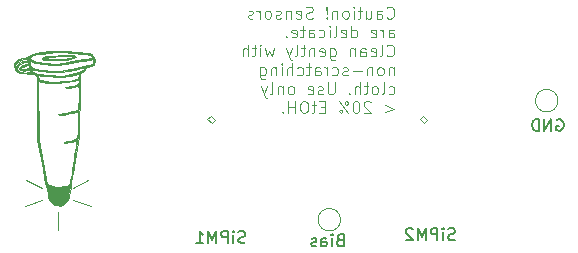
<source format=gbr>
G04 #@! TF.GenerationSoftware,KiCad,Pcbnew,(5.1.5-0)*
G04 #@! TF.CreationDate,2020-12-17T20:40:07-08:00*
G04 #@! TF.ProjectId,Luminometer_ADC_concept,4c756d69-6e6f-46d6-9574-65725f414443,rev?*
G04 #@! TF.SameCoordinates,Original*
G04 #@! TF.FileFunction,Legend,Bot*
G04 #@! TF.FilePolarity,Positive*
%FSLAX46Y46*%
G04 Gerber Fmt 4.6, Leading zero omitted, Abs format (unit mm)*
G04 Created by KiCad (PCBNEW (5.1.5-0)) date 2020-12-17 20:40:07*
%MOMM*%
%LPD*%
G04 APERTURE LIST*
%ADD10C,0.120000*%
%ADD11C,0.100000*%
%ADD12C,0.010000*%
%ADD13C,0.150000*%
G04 APERTURE END LIST*
D10*
X122050000Y-116350000D02*
X123450000Y-117050000D01*
X123450000Y-118050000D02*
X121950000Y-118550000D01*
X124750000Y-119050000D02*
X124750000Y-120565475D01*
X126050000Y-118050000D02*
X127550000Y-118550000D01*
X126050000Y-117050000D02*
X127350000Y-116350000D01*
D11*
X152625476Y-102607142D02*
X152673095Y-102654761D01*
X152815952Y-102702380D01*
X152911190Y-102702380D01*
X153054047Y-102654761D01*
X153149285Y-102559523D01*
X153196904Y-102464285D01*
X153244523Y-102273809D01*
X153244523Y-102130952D01*
X153196904Y-101940476D01*
X153149285Y-101845238D01*
X153054047Y-101750000D01*
X152911190Y-101702380D01*
X152815952Y-101702380D01*
X152673095Y-101750000D01*
X152625476Y-101797619D01*
X151768333Y-102702380D02*
X151768333Y-102178571D01*
X151815952Y-102083333D01*
X151911190Y-102035714D01*
X152101666Y-102035714D01*
X152196904Y-102083333D01*
X151768333Y-102654761D02*
X151863571Y-102702380D01*
X152101666Y-102702380D01*
X152196904Y-102654761D01*
X152244523Y-102559523D01*
X152244523Y-102464285D01*
X152196904Y-102369047D01*
X152101666Y-102321428D01*
X151863571Y-102321428D01*
X151768333Y-102273809D01*
X150863571Y-102035714D02*
X150863571Y-102702380D01*
X151292142Y-102035714D02*
X151292142Y-102559523D01*
X151244523Y-102654761D01*
X151149285Y-102702380D01*
X151006428Y-102702380D01*
X150911190Y-102654761D01*
X150863571Y-102607142D01*
X150530238Y-102035714D02*
X150149285Y-102035714D01*
X150387380Y-101702380D02*
X150387380Y-102559523D01*
X150339761Y-102654761D01*
X150244523Y-102702380D01*
X150149285Y-102702380D01*
X149815952Y-102702380D02*
X149815952Y-102035714D01*
X149815952Y-101702380D02*
X149863571Y-101750000D01*
X149815952Y-101797619D01*
X149768333Y-101750000D01*
X149815952Y-101702380D01*
X149815952Y-101797619D01*
X149196904Y-102702380D02*
X149292142Y-102654761D01*
X149339761Y-102607142D01*
X149387380Y-102511904D01*
X149387380Y-102226190D01*
X149339761Y-102130952D01*
X149292142Y-102083333D01*
X149196904Y-102035714D01*
X149054047Y-102035714D01*
X148958809Y-102083333D01*
X148911190Y-102130952D01*
X148863571Y-102226190D01*
X148863571Y-102511904D01*
X148911190Y-102607142D01*
X148958809Y-102654761D01*
X149054047Y-102702380D01*
X149196904Y-102702380D01*
X148435000Y-102035714D02*
X148435000Y-102702380D01*
X148435000Y-102130952D02*
X148387380Y-102083333D01*
X148292142Y-102035714D01*
X148149285Y-102035714D01*
X148054047Y-102083333D01*
X148006428Y-102178571D01*
X148006428Y-102702380D01*
X147530238Y-102607142D02*
X147482619Y-102654761D01*
X147530238Y-102702380D01*
X147577857Y-102654761D01*
X147530238Y-102607142D01*
X147530238Y-102702380D01*
X147530238Y-102321428D02*
X147577857Y-101750000D01*
X147530238Y-101702380D01*
X147482619Y-101750000D01*
X147530238Y-102321428D01*
X147530238Y-101702380D01*
X146339761Y-102654761D02*
X146196904Y-102702380D01*
X145958809Y-102702380D01*
X145863571Y-102654761D01*
X145815952Y-102607142D01*
X145768333Y-102511904D01*
X145768333Y-102416666D01*
X145815952Y-102321428D01*
X145863571Y-102273809D01*
X145958809Y-102226190D01*
X146149285Y-102178571D01*
X146244523Y-102130952D01*
X146292142Y-102083333D01*
X146339761Y-101988095D01*
X146339761Y-101892857D01*
X146292142Y-101797619D01*
X146244523Y-101750000D01*
X146149285Y-101702380D01*
X145911190Y-101702380D01*
X145768333Y-101750000D01*
X144958809Y-102654761D02*
X145054047Y-102702380D01*
X145244523Y-102702380D01*
X145339761Y-102654761D01*
X145387380Y-102559523D01*
X145387380Y-102178571D01*
X145339761Y-102083333D01*
X145244523Y-102035714D01*
X145054047Y-102035714D01*
X144958809Y-102083333D01*
X144911190Y-102178571D01*
X144911190Y-102273809D01*
X145387380Y-102369047D01*
X144482619Y-102035714D02*
X144482619Y-102702380D01*
X144482619Y-102130952D02*
X144435000Y-102083333D01*
X144339761Y-102035714D01*
X144196904Y-102035714D01*
X144101666Y-102083333D01*
X144054047Y-102178571D01*
X144054047Y-102702380D01*
X143625476Y-102654761D02*
X143530238Y-102702380D01*
X143339761Y-102702380D01*
X143244523Y-102654761D01*
X143196904Y-102559523D01*
X143196904Y-102511904D01*
X143244523Y-102416666D01*
X143339761Y-102369047D01*
X143482619Y-102369047D01*
X143577857Y-102321428D01*
X143625476Y-102226190D01*
X143625476Y-102178571D01*
X143577857Y-102083333D01*
X143482619Y-102035714D01*
X143339761Y-102035714D01*
X143244523Y-102083333D01*
X142625476Y-102702380D02*
X142720714Y-102654761D01*
X142768333Y-102607142D01*
X142815952Y-102511904D01*
X142815952Y-102226190D01*
X142768333Y-102130952D01*
X142720714Y-102083333D01*
X142625476Y-102035714D01*
X142482619Y-102035714D01*
X142387380Y-102083333D01*
X142339761Y-102130952D01*
X142292142Y-102226190D01*
X142292142Y-102511904D01*
X142339761Y-102607142D01*
X142387380Y-102654761D01*
X142482619Y-102702380D01*
X142625476Y-102702380D01*
X141863571Y-102702380D02*
X141863571Y-102035714D01*
X141863571Y-102226190D02*
X141815952Y-102130952D01*
X141768333Y-102083333D01*
X141673095Y-102035714D01*
X141577857Y-102035714D01*
X141292142Y-102654761D02*
X141196904Y-102702380D01*
X141006428Y-102702380D01*
X140911190Y-102654761D01*
X140863571Y-102559523D01*
X140863571Y-102511904D01*
X140911190Y-102416666D01*
X141006428Y-102369047D01*
X141149285Y-102369047D01*
X141244523Y-102321428D01*
X141292142Y-102226190D01*
X141292142Y-102178571D01*
X141244523Y-102083333D01*
X141149285Y-102035714D01*
X141006428Y-102035714D01*
X140911190Y-102083333D01*
X152768333Y-104302380D02*
X152768333Y-103778571D01*
X152815952Y-103683333D01*
X152911190Y-103635714D01*
X153101666Y-103635714D01*
X153196904Y-103683333D01*
X152768333Y-104254761D02*
X152863571Y-104302380D01*
X153101666Y-104302380D01*
X153196904Y-104254761D01*
X153244523Y-104159523D01*
X153244523Y-104064285D01*
X153196904Y-103969047D01*
X153101666Y-103921428D01*
X152863571Y-103921428D01*
X152768333Y-103873809D01*
X152292142Y-104302380D02*
X152292142Y-103635714D01*
X152292142Y-103826190D02*
X152244523Y-103730952D01*
X152196904Y-103683333D01*
X152101666Y-103635714D01*
X152006428Y-103635714D01*
X151292142Y-104254761D02*
X151387380Y-104302380D01*
X151577857Y-104302380D01*
X151673095Y-104254761D01*
X151720714Y-104159523D01*
X151720714Y-103778571D01*
X151673095Y-103683333D01*
X151577857Y-103635714D01*
X151387380Y-103635714D01*
X151292142Y-103683333D01*
X151244523Y-103778571D01*
X151244523Y-103873809D01*
X151720714Y-103969047D01*
X149625476Y-104302380D02*
X149625476Y-103302380D01*
X149625476Y-104254761D02*
X149720714Y-104302380D01*
X149911190Y-104302380D01*
X150006428Y-104254761D01*
X150054047Y-104207142D01*
X150101666Y-104111904D01*
X150101666Y-103826190D01*
X150054047Y-103730952D01*
X150006428Y-103683333D01*
X149911190Y-103635714D01*
X149720714Y-103635714D01*
X149625476Y-103683333D01*
X148768333Y-104254761D02*
X148863571Y-104302380D01*
X149054047Y-104302380D01*
X149149285Y-104254761D01*
X149196904Y-104159523D01*
X149196904Y-103778571D01*
X149149285Y-103683333D01*
X149054047Y-103635714D01*
X148863571Y-103635714D01*
X148768333Y-103683333D01*
X148720714Y-103778571D01*
X148720714Y-103873809D01*
X149196904Y-103969047D01*
X148149285Y-104302380D02*
X148244523Y-104254761D01*
X148292142Y-104159523D01*
X148292142Y-103302380D01*
X147768333Y-104302380D02*
X147768333Y-103635714D01*
X147768333Y-103302380D02*
X147815952Y-103350000D01*
X147768333Y-103397619D01*
X147720714Y-103350000D01*
X147768333Y-103302380D01*
X147768333Y-103397619D01*
X146863571Y-104254761D02*
X146958809Y-104302380D01*
X147149285Y-104302380D01*
X147244523Y-104254761D01*
X147292142Y-104207142D01*
X147339761Y-104111904D01*
X147339761Y-103826190D01*
X147292142Y-103730952D01*
X147244523Y-103683333D01*
X147149285Y-103635714D01*
X146958809Y-103635714D01*
X146863571Y-103683333D01*
X146006428Y-104302380D02*
X146006428Y-103778571D01*
X146054047Y-103683333D01*
X146149285Y-103635714D01*
X146339761Y-103635714D01*
X146435000Y-103683333D01*
X146006428Y-104254761D02*
X146101666Y-104302380D01*
X146339761Y-104302380D01*
X146435000Y-104254761D01*
X146482619Y-104159523D01*
X146482619Y-104064285D01*
X146435000Y-103969047D01*
X146339761Y-103921428D01*
X146101666Y-103921428D01*
X146006428Y-103873809D01*
X145673095Y-103635714D02*
X145292142Y-103635714D01*
X145530238Y-103302380D02*
X145530238Y-104159523D01*
X145482619Y-104254761D01*
X145387380Y-104302380D01*
X145292142Y-104302380D01*
X144577857Y-104254761D02*
X144673095Y-104302380D01*
X144863571Y-104302380D01*
X144958809Y-104254761D01*
X145006428Y-104159523D01*
X145006428Y-103778571D01*
X144958809Y-103683333D01*
X144863571Y-103635714D01*
X144673095Y-103635714D01*
X144577857Y-103683333D01*
X144530238Y-103778571D01*
X144530238Y-103873809D01*
X145006428Y-103969047D01*
X144101666Y-104207142D02*
X144054047Y-104254761D01*
X144101666Y-104302380D01*
X144149285Y-104254761D01*
X144101666Y-104207142D01*
X144101666Y-104302380D01*
X152625476Y-105807142D02*
X152673095Y-105854761D01*
X152815952Y-105902380D01*
X152911190Y-105902380D01*
X153054047Y-105854761D01*
X153149285Y-105759523D01*
X153196904Y-105664285D01*
X153244523Y-105473809D01*
X153244523Y-105330952D01*
X153196904Y-105140476D01*
X153149285Y-105045238D01*
X153054047Y-104950000D01*
X152911190Y-104902380D01*
X152815952Y-104902380D01*
X152673095Y-104950000D01*
X152625476Y-104997619D01*
X152054047Y-105902380D02*
X152149285Y-105854761D01*
X152196904Y-105759523D01*
X152196904Y-104902380D01*
X151292142Y-105854761D02*
X151387380Y-105902380D01*
X151577857Y-105902380D01*
X151673095Y-105854761D01*
X151720714Y-105759523D01*
X151720714Y-105378571D01*
X151673095Y-105283333D01*
X151577857Y-105235714D01*
X151387380Y-105235714D01*
X151292142Y-105283333D01*
X151244523Y-105378571D01*
X151244523Y-105473809D01*
X151720714Y-105569047D01*
X150387380Y-105902380D02*
X150387380Y-105378571D01*
X150435000Y-105283333D01*
X150530238Y-105235714D01*
X150720714Y-105235714D01*
X150815952Y-105283333D01*
X150387380Y-105854761D02*
X150482619Y-105902380D01*
X150720714Y-105902380D01*
X150815952Y-105854761D01*
X150863571Y-105759523D01*
X150863571Y-105664285D01*
X150815952Y-105569047D01*
X150720714Y-105521428D01*
X150482619Y-105521428D01*
X150387380Y-105473809D01*
X149911190Y-105235714D02*
X149911190Y-105902380D01*
X149911190Y-105330952D02*
X149863571Y-105283333D01*
X149768333Y-105235714D01*
X149625476Y-105235714D01*
X149530238Y-105283333D01*
X149482619Y-105378571D01*
X149482619Y-105902380D01*
X147815952Y-105235714D02*
X147815952Y-106045238D01*
X147863571Y-106140476D01*
X147911190Y-106188095D01*
X148006428Y-106235714D01*
X148149285Y-106235714D01*
X148244523Y-106188095D01*
X147815952Y-105854761D02*
X147911190Y-105902380D01*
X148101666Y-105902380D01*
X148196904Y-105854761D01*
X148244523Y-105807142D01*
X148292142Y-105711904D01*
X148292142Y-105426190D01*
X148244523Y-105330952D01*
X148196904Y-105283333D01*
X148101666Y-105235714D01*
X147911190Y-105235714D01*
X147815952Y-105283333D01*
X146958809Y-105854761D02*
X147054047Y-105902380D01*
X147244523Y-105902380D01*
X147339761Y-105854761D01*
X147387380Y-105759523D01*
X147387380Y-105378571D01*
X147339761Y-105283333D01*
X147244523Y-105235714D01*
X147054047Y-105235714D01*
X146958809Y-105283333D01*
X146911190Y-105378571D01*
X146911190Y-105473809D01*
X147387380Y-105569047D01*
X146482619Y-105235714D02*
X146482619Y-105902380D01*
X146482619Y-105330952D02*
X146435000Y-105283333D01*
X146339761Y-105235714D01*
X146196904Y-105235714D01*
X146101666Y-105283333D01*
X146054047Y-105378571D01*
X146054047Y-105902380D01*
X145720714Y-105235714D02*
X145339761Y-105235714D01*
X145577857Y-104902380D02*
X145577857Y-105759523D01*
X145530238Y-105854761D01*
X145435000Y-105902380D01*
X145339761Y-105902380D01*
X144863571Y-105902380D02*
X144958809Y-105854761D01*
X145006428Y-105759523D01*
X145006428Y-104902380D01*
X144577857Y-105235714D02*
X144339761Y-105902380D01*
X144101666Y-105235714D02*
X144339761Y-105902380D01*
X144435000Y-106140476D01*
X144482619Y-106188095D01*
X144577857Y-106235714D01*
X143054047Y-105235714D02*
X142863571Y-105902380D01*
X142673095Y-105426190D01*
X142482619Y-105902380D01*
X142292142Y-105235714D01*
X141911190Y-105902380D02*
X141911190Y-105235714D01*
X141911190Y-104902380D02*
X141958809Y-104950000D01*
X141911190Y-104997619D01*
X141863571Y-104950000D01*
X141911190Y-104902380D01*
X141911190Y-104997619D01*
X141577857Y-105235714D02*
X141196904Y-105235714D01*
X141435000Y-104902380D02*
X141435000Y-105759523D01*
X141387380Y-105854761D01*
X141292142Y-105902380D01*
X141196904Y-105902380D01*
X140863571Y-105902380D02*
X140863571Y-104902380D01*
X140435000Y-105902380D02*
X140435000Y-105378571D01*
X140482619Y-105283333D01*
X140577857Y-105235714D01*
X140720714Y-105235714D01*
X140815952Y-105283333D01*
X140863571Y-105330952D01*
X153196904Y-106835714D02*
X153196904Y-107502380D01*
X153196904Y-106930952D02*
X153149285Y-106883333D01*
X153054047Y-106835714D01*
X152911190Y-106835714D01*
X152815952Y-106883333D01*
X152768333Y-106978571D01*
X152768333Y-107502380D01*
X152149285Y-107502380D02*
X152244523Y-107454761D01*
X152292142Y-107407142D01*
X152339761Y-107311904D01*
X152339761Y-107026190D01*
X152292142Y-106930952D01*
X152244523Y-106883333D01*
X152149285Y-106835714D01*
X152006428Y-106835714D01*
X151911190Y-106883333D01*
X151863571Y-106930952D01*
X151815952Y-107026190D01*
X151815952Y-107311904D01*
X151863571Y-107407142D01*
X151911190Y-107454761D01*
X152006428Y-107502380D01*
X152149285Y-107502380D01*
X151387380Y-106835714D02*
X151387380Y-107502380D01*
X151387380Y-106930952D02*
X151339761Y-106883333D01*
X151244523Y-106835714D01*
X151101666Y-106835714D01*
X151006428Y-106883333D01*
X150958809Y-106978571D01*
X150958809Y-107502380D01*
X150482619Y-107121428D02*
X149720714Y-107121428D01*
X149292142Y-107454761D02*
X149196904Y-107502380D01*
X149006428Y-107502380D01*
X148911190Y-107454761D01*
X148863571Y-107359523D01*
X148863571Y-107311904D01*
X148911190Y-107216666D01*
X149006428Y-107169047D01*
X149149285Y-107169047D01*
X149244523Y-107121428D01*
X149292142Y-107026190D01*
X149292142Y-106978571D01*
X149244523Y-106883333D01*
X149149285Y-106835714D01*
X149006428Y-106835714D01*
X148911190Y-106883333D01*
X148006428Y-107454761D02*
X148101666Y-107502380D01*
X148292142Y-107502380D01*
X148387380Y-107454761D01*
X148435000Y-107407142D01*
X148482619Y-107311904D01*
X148482619Y-107026190D01*
X148435000Y-106930952D01*
X148387380Y-106883333D01*
X148292142Y-106835714D01*
X148101666Y-106835714D01*
X148006428Y-106883333D01*
X147577857Y-107502380D02*
X147577857Y-106835714D01*
X147577857Y-107026190D02*
X147530238Y-106930952D01*
X147482619Y-106883333D01*
X147387380Y-106835714D01*
X147292142Y-106835714D01*
X146530238Y-107502380D02*
X146530238Y-106978571D01*
X146577857Y-106883333D01*
X146673095Y-106835714D01*
X146863571Y-106835714D01*
X146958809Y-106883333D01*
X146530238Y-107454761D02*
X146625476Y-107502380D01*
X146863571Y-107502380D01*
X146958809Y-107454761D01*
X147006428Y-107359523D01*
X147006428Y-107264285D01*
X146958809Y-107169047D01*
X146863571Y-107121428D01*
X146625476Y-107121428D01*
X146530238Y-107073809D01*
X146196904Y-106835714D02*
X145815952Y-106835714D01*
X146054047Y-106502380D02*
X146054047Y-107359523D01*
X146006428Y-107454761D01*
X145911190Y-107502380D01*
X145815952Y-107502380D01*
X145054047Y-107454761D02*
X145149285Y-107502380D01*
X145339761Y-107502380D01*
X145435000Y-107454761D01*
X145482619Y-107407142D01*
X145530238Y-107311904D01*
X145530238Y-107026190D01*
X145482619Y-106930952D01*
X145435000Y-106883333D01*
X145339761Y-106835714D01*
X145149285Y-106835714D01*
X145054047Y-106883333D01*
X144625476Y-107502380D02*
X144625476Y-106502380D01*
X144196904Y-107502380D02*
X144196904Y-106978571D01*
X144244523Y-106883333D01*
X144339761Y-106835714D01*
X144482619Y-106835714D01*
X144577857Y-106883333D01*
X144625476Y-106930952D01*
X143720714Y-107502380D02*
X143720714Y-106835714D01*
X143720714Y-106502380D02*
X143768333Y-106550000D01*
X143720714Y-106597619D01*
X143673095Y-106550000D01*
X143720714Y-106502380D01*
X143720714Y-106597619D01*
X143244523Y-106835714D02*
X143244523Y-107502380D01*
X143244523Y-106930952D02*
X143196904Y-106883333D01*
X143101666Y-106835714D01*
X142958809Y-106835714D01*
X142863571Y-106883333D01*
X142815952Y-106978571D01*
X142815952Y-107502380D01*
X141911190Y-106835714D02*
X141911190Y-107645238D01*
X141958809Y-107740476D01*
X142006428Y-107788095D01*
X142101666Y-107835714D01*
X142244523Y-107835714D01*
X142339761Y-107788095D01*
X141911190Y-107454761D02*
X142006428Y-107502380D01*
X142196904Y-107502380D01*
X142292142Y-107454761D01*
X142339761Y-107407142D01*
X142387380Y-107311904D01*
X142387380Y-107026190D01*
X142339761Y-106930952D01*
X142292142Y-106883333D01*
X142196904Y-106835714D01*
X142006428Y-106835714D01*
X141911190Y-106883333D01*
X152768333Y-109054761D02*
X152863571Y-109102380D01*
X153054047Y-109102380D01*
X153149285Y-109054761D01*
X153196904Y-109007142D01*
X153244523Y-108911904D01*
X153244523Y-108626190D01*
X153196904Y-108530952D01*
X153149285Y-108483333D01*
X153054047Y-108435714D01*
X152863571Y-108435714D01*
X152768333Y-108483333D01*
X152196904Y-109102380D02*
X152292142Y-109054761D01*
X152339761Y-108959523D01*
X152339761Y-108102380D01*
X151673095Y-109102380D02*
X151768333Y-109054761D01*
X151815952Y-109007142D01*
X151863571Y-108911904D01*
X151863571Y-108626190D01*
X151815952Y-108530952D01*
X151768333Y-108483333D01*
X151673095Y-108435714D01*
X151530238Y-108435714D01*
X151435000Y-108483333D01*
X151387380Y-108530952D01*
X151339761Y-108626190D01*
X151339761Y-108911904D01*
X151387380Y-109007142D01*
X151435000Y-109054761D01*
X151530238Y-109102380D01*
X151673095Y-109102380D01*
X151054047Y-108435714D02*
X150673095Y-108435714D01*
X150911190Y-108102380D02*
X150911190Y-108959523D01*
X150863571Y-109054761D01*
X150768333Y-109102380D01*
X150673095Y-109102380D01*
X150339761Y-109102380D02*
X150339761Y-108102380D01*
X149911190Y-109102380D02*
X149911190Y-108578571D01*
X149958809Y-108483333D01*
X150054047Y-108435714D01*
X150196904Y-108435714D01*
X150292142Y-108483333D01*
X150339761Y-108530952D01*
X149435000Y-109007142D02*
X149387380Y-109054761D01*
X149435000Y-109102380D01*
X149482619Y-109054761D01*
X149435000Y-109007142D01*
X149435000Y-109102380D01*
X148196904Y-108102380D02*
X148196904Y-108911904D01*
X148149285Y-109007142D01*
X148101666Y-109054761D01*
X148006428Y-109102380D01*
X147815952Y-109102380D01*
X147720714Y-109054761D01*
X147673095Y-109007142D01*
X147625476Y-108911904D01*
X147625476Y-108102380D01*
X147196904Y-109054761D02*
X147101666Y-109102380D01*
X146911190Y-109102380D01*
X146815952Y-109054761D01*
X146768333Y-108959523D01*
X146768333Y-108911904D01*
X146815952Y-108816666D01*
X146911190Y-108769047D01*
X147054047Y-108769047D01*
X147149285Y-108721428D01*
X147196904Y-108626190D01*
X147196904Y-108578571D01*
X147149285Y-108483333D01*
X147054047Y-108435714D01*
X146911190Y-108435714D01*
X146815952Y-108483333D01*
X145958809Y-109054761D02*
X146054047Y-109102380D01*
X146244523Y-109102380D01*
X146339761Y-109054761D01*
X146387380Y-108959523D01*
X146387380Y-108578571D01*
X146339761Y-108483333D01*
X146244523Y-108435714D01*
X146054047Y-108435714D01*
X145958809Y-108483333D01*
X145911190Y-108578571D01*
X145911190Y-108673809D01*
X146387380Y-108769047D01*
X144577857Y-109102380D02*
X144673095Y-109054761D01*
X144720714Y-109007142D01*
X144768333Y-108911904D01*
X144768333Y-108626190D01*
X144720714Y-108530952D01*
X144673095Y-108483333D01*
X144577857Y-108435714D01*
X144435000Y-108435714D01*
X144339761Y-108483333D01*
X144292142Y-108530952D01*
X144244523Y-108626190D01*
X144244523Y-108911904D01*
X144292142Y-109007142D01*
X144339761Y-109054761D01*
X144435000Y-109102380D01*
X144577857Y-109102380D01*
X143815952Y-108435714D02*
X143815952Y-109102380D01*
X143815952Y-108530952D02*
X143768333Y-108483333D01*
X143673095Y-108435714D01*
X143530238Y-108435714D01*
X143435000Y-108483333D01*
X143387380Y-108578571D01*
X143387380Y-109102380D01*
X142768333Y-109102380D02*
X142863571Y-109054761D01*
X142911190Y-108959523D01*
X142911190Y-108102380D01*
X142482619Y-108435714D02*
X142244523Y-109102380D01*
X142006428Y-108435714D02*
X142244523Y-109102380D01*
X142339761Y-109340476D01*
X142387380Y-109388095D01*
X142482619Y-109435714D01*
X152435000Y-110035714D02*
X153196904Y-110321428D01*
X152435000Y-110607142D01*
X151244523Y-109797619D02*
X151196904Y-109750000D01*
X151101666Y-109702380D01*
X150863571Y-109702380D01*
X150768333Y-109750000D01*
X150720714Y-109797619D01*
X150673095Y-109892857D01*
X150673095Y-109988095D01*
X150720714Y-110130952D01*
X151292142Y-110702380D01*
X150673095Y-110702380D01*
X150054047Y-109702380D02*
X149958809Y-109702380D01*
X149863571Y-109750000D01*
X149815952Y-109797619D01*
X149768333Y-109892857D01*
X149720714Y-110083333D01*
X149720714Y-110321428D01*
X149768333Y-110511904D01*
X149815952Y-110607142D01*
X149863571Y-110654761D01*
X149958809Y-110702380D01*
X150054047Y-110702380D01*
X150149285Y-110654761D01*
X150196904Y-110607142D01*
X150244523Y-110511904D01*
X150292142Y-110321428D01*
X150292142Y-110083333D01*
X150244523Y-109892857D01*
X150196904Y-109797619D01*
X150149285Y-109750000D01*
X150054047Y-109702380D01*
X149339761Y-110702380D02*
X148577857Y-109702380D01*
X149196904Y-109702380D02*
X149101666Y-109750000D01*
X149054047Y-109845238D01*
X149101666Y-109940476D01*
X149196904Y-109988095D01*
X149292142Y-109940476D01*
X149339761Y-109845238D01*
X149292142Y-109750000D01*
X149196904Y-109702380D01*
X148625476Y-110654761D02*
X148577857Y-110559523D01*
X148625476Y-110464285D01*
X148720714Y-110416666D01*
X148815952Y-110464285D01*
X148863571Y-110559523D01*
X148815952Y-110654761D01*
X148720714Y-110702380D01*
X148625476Y-110654761D01*
X147387380Y-110178571D02*
X147054047Y-110178571D01*
X146911190Y-110702380D02*
X147387380Y-110702380D01*
X147387380Y-109702380D01*
X146911190Y-109702380D01*
X146625476Y-110035714D02*
X146244523Y-110035714D01*
X146482619Y-109702380D02*
X146482619Y-110559523D01*
X146435000Y-110654761D01*
X146339761Y-110702380D01*
X146244523Y-110702380D01*
X145720714Y-109702380D02*
X145530238Y-109702380D01*
X145435000Y-109750000D01*
X145339761Y-109845238D01*
X145292142Y-110035714D01*
X145292142Y-110369047D01*
X145339761Y-110559523D01*
X145435000Y-110654761D01*
X145530238Y-110702380D01*
X145720714Y-110702380D01*
X145815952Y-110654761D01*
X145911190Y-110559523D01*
X145958809Y-110369047D01*
X145958809Y-110035714D01*
X145911190Y-109845238D01*
X145815952Y-109750000D01*
X145720714Y-109702380D01*
X144863571Y-110702380D02*
X144863571Y-109702380D01*
X144863571Y-110178571D02*
X144292142Y-110178571D01*
X144292142Y-110702380D02*
X144292142Y-109702380D01*
X143815952Y-110607142D02*
X143768333Y-110654761D01*
X143815952Y-110702380D01*
X143863571Y-110654761D01*
X143815952Y-110607142D01*
X143815952Y-110702380D01*
D12*
G36*
X125288950Y-105800939D02*
G01*
X124929246Y-105812985D01*
X124567343Y-105831359D01*
X124234308Y-105854749D01*
X123961210Y-105881841D01*
X123779117Y-105911324D01*
X123777862Y-105911626D01*
X123557694Y-105983247D01*
X123444615Y-106062160D01*
X123446666Y-106141195D01*
X123484531Y-106173171D01*
X123575540Y-106191739D01*
X123765526Y-106206531D01*
X124026516Y-106217244D01*
X124330536Y-106223574D01*
X124649611Y-106225218D01*
X124955766Y-106221872D01*
X125221028Y-106213233D01*
X125417421Y-106198998D01*
X125452500Y-106194526D01*
X125813576Y-106131256D01*
X126076699Y-106063071D01*
X126236158Y-105993624D01*
X126263838Y-105956564D01*
X126099069Y-105956564D01*
X126075604Y-105986395D01*
X125935297Y-106030414D01*
X125696285Y-106070238D01*
X125386832Y-106104403D01*
X125035203Y-106131444D01*
X124669665Y-106149897D01*
X124318481Y-106158297D01*
X124009917Y-106155179D01*
X123772239Y-106139079D01*
X123642750Y-106112458D01*
X123620483Y-106077802D01*
X123705005Y-106040222D01*
X123876206Y-106001790D01*
X124113972Y-105964579D01*
X124398194Y-105930664D01*
X124708758Y-105902118D01*
X125025554Y-105881014D01*
X125328469Y-105869425D01*
X125597392Y-105869424D01*
X125812211Y-105883086D01*
X125837076Y-105886241D01*
X126028380Y-105920825D01*
X126099069Y-105956564D01*
X126263838Y-105956564D01*
X126286240Y-105926572D01*
X126221234Y-105865569D01*
X126044185Y-105815890D01*
X125877487Y-105801079D01*
X125615386Y-105796533D01*
X125288950Y-105800939D01*
G37*
X125288950Y-105800939D02*
X124929246Y-105812985D01*
X124567343Y-105831359D01*
X124234308Y-105854749D01*
X123961210Y-105881841D01*
X123779117Y-105911324D01*
X123777862Y-105911626D01*
X123557694Y-105983247D01*
X123444615Y-106062160D01*
X123446666Y-106141195D01*
X123484531Y-106173171D01*
X123575540Y-106191739D01*
X123765526Y-106206531D01*
X124026516Y-106217244D01*
X124330536Y-106223574D01*
X124649611Y-106225218D01*
X124955766Y-106221872D01*
X125221028Y-106213233D01*
X125417421Y-106198998D01*
X125452500Y-106194526D01*
X125813576Y-106131256D01*
X126076699Y-106063071D01*
X126236158Y-105993624D01*
X126263838Y-105956564D01*
X126099069Y-105956564D01*
X126075604Y-105986395D01*
X125935297Y-106030414D01*
X125696285Y-106070238D01*
X125386832Y-106104403D01*
X125035203Y-106131444D01*
X124669665Y-106149897D01*
X124318481Y-106158297D01*
X124009917Y-106155179D01*
X123772239Y-106139079D01*
X123642750Y-106112458D01*
X123620483Y-106077802D01*
X123705005Y-106040222D01*
X123876206Y-106001790D01*
X124113972Y-105964579D01*
X124398194Y-105930664D01*
X124708758Y-105902118D01*
X125025554Y-105881014D01*
X125328469Y-105869425D01*
X125597392Y-105869424D01*
X125812211Y-105883086D01*
X125837076Y-105886241D01*
X126028380Y-105920825D01*
X126099069Y-105956564D01*
X126263838Y-105956564D01*
X126286240Y-105926572D01*
X126221234Y-105865569D01*
X126044185Y-105815890D01*
X125877487Y-105801079D01*
X125615386Y-105796533D01*
X125288950Y-105800939D01*
G36*
X124046650Y-105466400D02*
G01*
X123422742Y-105536851D01*
X122892108Y-105651333D01*
X122465224Y-105808862D01*
X122277500Y-105914123D01*
X122165437Y-105959832D01*
X121975431Y-106012469D01*
X121811867Y-106047994D01*
X121472994Y-106152640D01*
X121226284Y-106310235D01*
X121078878Y-106506872D01*
X121037915Y-106728647D01*
X121110537Y-106961652D01*
X121250205Y-107141828D01*
X121355109Y-107240364D01*
X121451350Y-107301014D01*
X121573484Y-107333280D01*
X121756068Y-107346664D01*
X122009030Y-107350484D01*
X122288654Y-107357795D01*
X122542726Y-107373490D01*
X122727016Y-107394578D01*
X122761439Y-107401357D01*
X122886153Y-107444400D01*
X122953206Y-107523482D01*
X122990740Y-107678552D01*
X122999564Y-107739360D01*
X123008511Y-107867479D01*
X123016759Y-108106729D01*
X123024079Y-108441241D01*
X123030240Y-108855145D01*
X123035014Y-109332573D01*
X123038169Y-109857655D01*
X123039478Y-110414524D01*
X123039500Y-110498193D01*
X123039500Y-112965661D01*
X123483036Y-115418937D01*
X123605147Y-116083042D01*
X123716436Y-116665525D01*
X123815232Y-117158430D01*
X123899864Y-117553804D01*
X123968661Y-117843691D01*
X124019950Y-118020136D01*
X124038661Y-118063593D01*
X124170404Y-118239249D01*
X124318121Y-118379719D01*
X124494813Y-118464312D01*
X124729583Y-118520580D01*
X124964274Y-118539057D01*
X125135000Y-118512665D01*
X125293985Y-118411156D01*
X125467507Y-118247423D01*
X125607987Y-118070013D01*
X125654600Y-117982500D01*
X125677941Y-117886681D01*
X125718483Y-117679614D01*
X125773759Y-117375518D01*
X125841301Y-116988610D01*
X125918643Y-116533111D01*
X126003318Y-116023239D01*
X126092857Y-115473213D01*
X126128386Y-115252000D01*
X126539853Y-112680250D01*
X126596897Y-110743500D01*
X126611773Y-110215997D01*
X126625382Y-109690614D01*
X126637183Y-109191634D01*
X126638574Y-109125637D01*
X126530508Y-109125637D01*
X126528323Y-109426519D01*
X126518908Y-109721472D01*
X126501978Y-109983936D01*
X126490831Y-110092812D01*
X126450766Y-110426374D01*
X126045442Y-110551566D01*
X125748796Y-110628645D01*
X125420611Y-110692638D01*
X125228809Y-110718898D01*
X125019204Y-110749092D01*
X124871038Y-110787084D01*
X124817500Y-110823085D01*
X124874628Y-110850361D01*
X125028218Y-110850834D01*
X125251584Y-110828736D01*
X125518039Y-110788298D01*
X125800896Y-110733751D01*
X126073468Y-110669326D01*
X126309069Y-110599254D01*
X126371209Y-110576746D01*
X126407937Y-110576176D01*
X126433923Y-110618437D01*
X126450752Y-110720408D01*
X126460006Y-110898973D01*
X126463269Y-111171013D01*
X126462171Y-111546331D01*
X126457317Y-111903284D01*
X126448092Y-112225668D01*
X126435607Y-112487408D01*
X126420973Y-112662432D01*
X126412490Y-112712000D01*
X126349443Y-112824884D01*
X126212343Y-112914596D01*
X126043495Y-112979503D01*
X125807577Y-113046545D01*
X125578781Y-113093148D01*
X125489926Y-113103607D01*
X125340682Y-113126073D01*
X125264516Y-113161820D01*
X125262000Y-113169478D01*
X125317553Y-113209975D01*
X125461962Y-113218382D01*
X125661857Y-113197096D01*
X125883867Y-113148514D01*
X125984380Y-113117608D01*
X126163412Y-113065231D01*
X126288506Y-113044626D01*
X126320110Y-113050442D01*
X126318022Y-113117354D01*
X126298825Y-113290380D01*
X126265379Y-113550216D01*
X126220542Y-113877556D01*
X126167173Y-114253094D01*
X126108131Y-114657526D01*
X126046274Y-115071544D01*
X125984461Y-115475845D01*
X125925551Y-115851121D01*
X125872402Y-116178069D01*
X125827874Y-116437381D01*
X125794824Y-116609754D01*
X125789582Y-116633217D01*
X125701262Y-116751505D01*
X125515051Y-116844871D01*
X125258160Y-116910289D01*
X124957797Y-116944733D01*
X124641170Y-116945175D01*
X124335488Y-116908590D01*
X124067960Y-116831951D01*
X124054241Y-116826237D01*
X123830732Y-116731194D01*
X123173120Y-112997750D01*
X123113746Y-107999274D01*
X123314748Y-108042155D01*
X123957517Y-108134057D01*
X124660857Y-108155981D01*
X125380643Y-108109825D01*
X126072746Y-107997490D01*
X126425653Y-107908175D01*
X126506289Y-107905305D01*
X126526644Y-107983703D01*
X126520903Y-108054360D01*
X126465422Y-108203424D01*
X126328402Y-108311888D01*
X126094775Y-108387459D01*
X125776648Y-108435074D01*
X125573911Y-108465039D01*
X125433606Y-108502548D01*
X125389000Y-108534615D01*
X125445177Y-108558181D01*
X125589345Y-108560400D01*
X125784965Y-108544838D01*
X125995498Y-108515060D01*
X126184402Y-108474633D01*
X126266259Y-108448995D01*
X126402895Y-108406187D01*
X126472634Y-108394000D01*
X126496526Y-108453007D01*
X126514325Y-108612321D01*
X126525747Y-108845385D01*
X126530508Y-109125637D01*
X126638574Y-109125637D01*
X126646636Y-108743341D01*
X126653201Y-108370019D01*
X126656336Y-108095950D01*
X126656471Y-108066897D01*
X126658518Y-107468210D01*
X126557008Y-107468210D01*
X126538790Y-107576856D01*
X126500299Y-107702646D01*
X126426147Y-107779930D01*
X126280489Y-107836902D01*
X126170804Y-107866287D01*
X125699044Y-107960567D01*
X125181678Y-108021251D01*
X124653604Y-108047503D01*
X124149720Y-108038485D01*
X123704922Y-107993359D01*
X123420500Y-107932282D01*
X123239873Y-107868165D01*
X123149716Y-107793581D01*
X123115023Y-107678453D01*
X123113851Y-107668829D01*
X123110163Y-107543892D01*
X123164554Y-107511422D01*
X123272601Y-107531300D01*
X123397689Y-107548658D01*
X123622572Y-107567811D01*
X123920095Y-107586896D01*
X124263106Y-107604053D01*
X124436554Y-107611080D01*
X125146756Y-107616825D01*
X125742123Y-107576406D01*
X126226274Y-107489468D01*
X126477180Y-107410124D01*
X126544049Y-107401394D01*
X126557008Y-107468210D01*
X126658518Y-107468210D01*
X126659001Y-107327044D01*
X126881251Y-107195913D01*
X127041817Y-107067907D01*
X127095804Y-106956578D01*
X126976500Y-106956578D01*
X126917036Y-107047131D01*
X126752619Y-107147236D01*
X126504211Y-107249885D01*
X126192775Y-107348071D01*
X125839275Y-107434789D01*
X125464672Y-107503031D01*
X125262000Y-107529621D01*
X125045453Y-107540049D01*
X124741615Y-107536914D01*
X124389233Y-107522264D01*
X124027054Y-107498151D01*
X123693824Y-107466623D01*
X123452250Y-107433866D01*
X123086132Y-107365427D01*
X122832365Y-107299570D01*
X122676560Y-107230803D01*
X122604325Y-107153628D01*
X122595000Y-107106542D01*
X122597109Y-107098859D01*
X122457845Y-107098859D01*
X122380049Y-107197659D01*
X122213655Y-107259424D01*
X121992305Y-107281562D01*
X121749641Y-107261482D01*
X121519306Y-107196590D01*
X121471243Y-107174874D01*
X121327683Y-107057405D01*
X121292699Y-106914193D01*
X121354831Y-106760968D01*
X121502619Y-106613460D01*
X121724601Y-106487397D01*
X122009317Y-106398510D01*
X122041570Y-106392126D01*
X122200528Y-106373051D01*
X122268349Y-106400373D01*
X122277500Y-106442067D01*
X122216628Y-106520070D01*
X122042006Y-106573822D01*
X122026778Y-106576360D01*
X121810600Y-106645283D01*
X121615539Y-106760385D01*
X121598153Y-106775119D01*
X121485621Y-106881814D01*
X121460506Y-106945705D01*
X121514748Y-107007730D01*
X121547250Y-107033635D01*
X121693976Y-107087464D01*
X121914636Y-107101227D01*
X122162957Y-107075835D01*
X122379964Y-107017195D01*
X122454840Y-107016424D01*
X122457845Y-107098859D01*
X122597109Y-107098859D01*
X122619110Y-107018733D01*
X122713691Y-107017906D01*
X122737875Y-107024651D01*
X123397902Y-107167594D01*
X124128580Y-107230621D01*
X124901815Y-107213679D01*
X125689512Y-107116716D01*
X126111618Y-107030919D01*
X126454492Y-106952351D01*
X126692836Y-106902562D01*
X126845428Y-106879937D01*
X126931049Y-106882863D01*
X126968477Y-106909725D01*
X126976500Y-106956578D01*
X127095804Y-106956578D01*
X127103428Y-106940857D01*
X127103500Y-106936851D01*
X127155342Y-106822103D01*
X127278125Y-106769368D01*
X127540853Y-106709567D01*
X127705437Y-106663107D01*
X127796782Y-106611898D01*
X127839793Y-106537851D01*
X127859377Y-106422876D01*
X127868620Y-106340475D01*
X127871047Y-106296870D01*
X127751538Y-106296870D01*
X127748200Y-106330250D01*
X127727881Y-106469919D01*
X127710086Y-106537697D01*
X127646910Y-106555780D01*
X127482917Y-106595904D01*
X127241320Y-106652802D01*
X126945331Y-106721209D01*
X126618164Y-106795858D01*
X126283030Y-106871482D01*
X125963144Y-106942816D01*
X125681717Y-107004593D01*
X125461962Y-107051546D01*
X125327093Y-107078410D01*
X125325500Y-107078692D01*
X125093661Y-107102873D01*
X124773434Y-107114216D01*
X124402690Y-107113569D01*
X124019303Y-107101782D01*
X123661143Y-107079704D01*
X123366084Y-107048184D01*
X123271722Y-107032648D01*
X122912439Y-106953959D01*
X122663032Y-106871783D01*
X122623121Y-106847340D01*
X122371381Y-106847340D01*
X122316052Y-106907630D01*
X122263101Y-106930975D01*
X122108035Y-106970799D01*
X121921072Y-106989600D01*
X121743461Y-106987422D01*
X121616455Y-106964307D01*
X121579000Y-106930259D01*
X121631923Y-106864107D01*
X121761691Y-106789242D01*
X121785375Y-106779116D01*
X122016808Y-106689346D01*
X122162337Y-106651227D01*
X122251244Y-106662914D01*
X122312809Y-106722563D01*
X122327497Y-106744975D01*
X122371381Y-106847340D01*
X122623121Y-106847340D01*
X122506550Y-106775948D01*
X122426045Y-106656287D01*
X122404500Y-106512325D01*
X122413938Y-106364526D01*
X122453148Y-106316355D01*
X122515625Y-106331089D01*
X122785582Y-106431128D01*
X123058366Y-106502633D01*
X123367146Y-106551233D01*
X123745092Y-106582560D01*
X124087250Y-106597877D01*
X124402409Y-106606813D01*
X124667966Y-106607745D01*
X124912840Y-106598023D01*
X125165952Y-106574996D01*
X125456220Y-106536015D01*
X125812565Y-106478427D01*
X126263908Y-106399582D01*
X126278000Y-106397077D01*
X126673602Y-106326925D01*
X127030087Y-106264060D01*
X127327287Y-106212011D01*
X127545027Y-106174307D01*
X127663136Y-106154477D01*
X127675000Y-106152688D01*
X127740980Y-106178460D01*
X127751538Y-106296870D01*
X127871047Y-106296870D01*
X127879968Y-106136665D01*
X127850848Y-106021362D01*
X127738902Y-106021362D01*
X126389326Y-106254064D01*
X125978877Y-106324585D01*
X125600490Y-106389127D01*
X125275755Y-106444045D01*
X125026260Y-106485693D01*
X124873596Y-106510426D01*
X124849250Y-106514097D01*
X124600848Y-106529834D01*
X124269714Y-106523871D01*
X123897622Y-106499564D01*
X123526346Y-106460268D01*
X123197659Y-106409339D01*
X123006064Y-106366038D01*
X122775459Y-106291783D01*
X122585033Y-106211999D01*
X122508757Y-106164706D01*
X122277500Y-106164706D01*
X122221244Y-106236066D01*
X122081339Y-106285920D01*
X121952277Y-106298500D01*
X121775054Y-106337724D01*
X121564895Y-106435909D01*
X121373463Y-106563822D01*
X121252418Y-106692231D01*
X121250526Y-106695582D01*
X121191074Y-106789751D01*
X121161255Y-106776021D01*
X121147288Y-106720846D01*
X121173070Y-106597654D01*
X121271332Y-106449261D01*
X121290542Y-106428327D01*
X121518543Y-106263182D01*
X121813638Y-106149052D01*
X122110243Y-106108000D01*
X122233623Y-106126520D01*
X122277500Y-106164706D01*
X122508757Y-106164706D01*
X122479114Y-106146327D01*
X122421708Y-106030206D01*
X122488667Y-105923137D01*
X122677626Y-105825928D01*
X122986219Y-105739387D01*
X123412078Y-105664319D01*
X123952838Y-105601534D01*
X124119000Y-105586729D01*
X124455027Y-105561768D01*
X124753822Y-105548812D01*
X125048069Y-105548537D01*
X125370456Y-105561618D01*
X125753666Y-105588732D01*
X126228266Y-105630359D01*
X126662550Y-105671641D01*
X126988278Y-105706276D01*
X127223504Y-105737574D01*
X127386280Y-105768847D01*
X127494660Y-105803406D01*
X127566696Y-105844562D01*
X127609591Y-105883717D01*
X127738902Y-106021362D01*
X127850848Y-106021362D01*
X127844062Y-105994496D01*
X127745047Y-105852553D01*
X127741620Y-105848469D01*
X127682502Y-105781505D01*
X127620851Y-105730220D01*
X127537728Y-105690192D01*
X127414194Y-105657002D01*
X127231309Y-105626229D01*
X126970134Y-105593453D01*
X126611729Y-105554252D01*
X126373250Y-105529082D01*
X125532381Y-105461531D01*
X124753355Y-105440965D01*
X124046650Y-105466400D01*
G37*
X124046650Y-105466400D02*
X123422742Y-105536851D01*
X122892108Y-105651333D01*
X122465224Y-105808862D01*
X122277500Y-105914123D01*
X122165437Y-105959832D01*
X121975431Y-106012469D01*
X121811867Y-106047994D01*
X121472994Y-106152640D01*
X121226284Y-106310235D01*
X121078878Y-106506872D01*
X121037915Y-106728647D01*
X121110537Y-106961652D01*
X121250205Y-107141828D01*
X121355109Y-107240364D01*
X121451350Y-107301014D01*
X121573484Y-107333280D01*
X121756068Y-107346664D01*
X122009030Y-107350484D01*
X122288654Y-107357795D01*
X122542726Y-107373490D01*
X122727016Y-107394578D01*
X122761439Y-107401357D01*
X122886153Y-107444400D01*
X122953206Y-107523482D01*
X122990740Y-107678552D01*
X122999564Y-107739360D01*
X123008511Y-107867479D01*
X123016759Y-108106729D01*
X123024079Y-108441241D01*
X123030240Y-108855145D01*
X123035014Y-109332573D01*
X123038169Y-109857655D01*
X123039478Y-110414524D01*
X123039500Y-110498193D01*
X123039500Y-112965661D01*
X123483036Y-115418937D01*
X123605147Y-116083042D01*
X123716436Y-116665525D01*
X123815232Y-117158430D01*
X123899864Y-117553804D01*
X123968661Y-117843691D01*
X124019950Y-118020136D01*
X124038661Y-118063593D01*
X124170404Y-118239249D01*
X124318121Y-118379719D01*
X124494813Y-118464312D01*
X124729583Y-118520580D01*
X124964274Y-118539057D01*
X125135000Y-118512665D01*
X125293985Y-118411156D01*
X125467507Y-118247423D01*
X125607987Y-118070013D01*
X125654600Y-117982500D01*
X125677941Y-117886681D01*
X125718483Y-117679614D01*
X125773759Y-117375518D01*
X125841301Y-116988610D01*
X125918643Y-116533111D01*
X126003318Y-116023239D01*
X126092857Y-115473213D01*
X126128386Y-115252000D01*
X126539853Y-112680250D01*
X126596897Y-110743500D01*
X126611773Y-110215997D01*
X126625382Y-109690614D01*
X126637183Y-109191634D01*
X126638574Y-109125637D01*
X126530508Y-109125637D01*
X126528323Y-109426519D01*
X126518908Y-109721472D01*
X126501978Y-109983936D01*
X126490831Y-110092812D01*
X126450766Y-110426374D01*
X126045442Y-110551566D01*
X125748796Y-110628645D01*
X125420611Y-110692638D01*
X125228809Y-110718898D01*
X125019204Y-110749092D01*
X124871038Y-110787084D01*
X124817500Y-110823085D01*
X124874628Y-110850361D01*
X125028218Y-110850834D01*
X125251584Y-110828736D01*
X125518039Y-110788298D01*
X125800896Y-110733751D01*
X126073468Y-110669326D01*
X126309069Y-110599254D01*
X126371209Y-110576746D01*
X126407937Y-110576176D01*
X126433923Y-110618437D01*
X126450752Y-110720408D01*
X126460006Y-110898973D01*
X126463269Y-111171013D01*
X126462171Y-111546331D01*
X126457317Y-111903284D01*
X126448092Y-112225668D01*
X126435607Y-112487408D01*
X126420973Y-112662432D01*
X126412490Y-112712000D01*
X126349443Y-112824884D01*
X126212343Y-112914596D01*
X126043495Y-112979503D01*
X125807577Y-113046545D01*
X125578781Y-113093148D01*
X125489926Y-113103607D01*
X125340682Y-113126073D01*
X125264516Y-113161820D01*
X125262000Y-113169478D01*
X125317553Y-113209975D01*
X125461962Y-113218382D01*
X125661857Y-113197096D01*
X125883867Y-113148514D01*
X125984380Y-113117608D01*
X126163412Y-113065231D01*
X126288506Y-113044626D01*
X126320110Y-113050442D01*
X126318022Y-113117354D01*
X126298825Y-113290380D01*
X126265379Y-113550216D01*
X126220542Y-113877556D01*
X126167173Y-114253094D01*
X126108131Y-114657526D01*
X126046274Y-115071544D01*
X125984461Y-115475845D01*
X125925551Y-115851121D01*
X125872402Y-116178069D01*
X125827874Y-116437381D01*
X125794824Y-116609754D01*
X125789582Y-116633217D01*
X125701262Y-116751505D01*
X125515051Y-116844871D01*
X125258160Y-116910289D01*
X124957797Y-116944733D01*
X124641170Y-116945175D01*
X124335488Y-116908590D01*
X124067960Y-116831951D01*
X124054241Y-116826237D01*
X123830732Y-116731194D01*
X123173120Y-112997750D01*
X123113746Y-107999274D01*
X123314748Y-108042155D01*
X123957517Y-108134057D01*
X124660857Y-108155981D01*
X125380643Y-108109825D01*
X126072746Y-107997490D01*
X126425653Y-107908175D01*
X126506289Y-107905305D01*
X126526644Y-107983703D01*
X126520903Y-108054360D01*
X126465422Y-108203424D01*
X126328402Y-108311888D01*
X126094775Y-108387459D01*
X125776648Y-108435074D01*
X125573911Y-108465039D01*
X125433606Y-108502548D01*
X125389000Y-108534615D01*
X125445177Y-108558181D01*
X125589345Y-108560400D01*
X125784965Y-108544838D01*
X125995498Y-108515060D01*
X126184402Y-108474633D01*
X126266259Y-108448995D01*
X126402895Y-108406187D01*
X126472634Y-108394000D01*
X126496526Y-108453007D01*
X126514325Y-108612321D01*
X126525747Y-108845385D01*
X126530508Y-109125637D01*
X126638574Y-109125637D01*
X126646636Y-108743341D01*
X126653201Y-108370019D01*
X126656336Y-108095950D01*
X126656471Y-108066897D01*
X126658518Y-107468210D01*
X126557008Y-107468210D01*
X126538790Y-107576856D01*
X126500299Y-107702646D01*
X126426147Y-107779930D01*
X126280489Y-107836902D01*
X126170804Y-107866287D01*
X125699044Y-107960567D01*
X125181678Y-108021251D01*
X124653604Y-108047503D01*
X124149720Y-108038485D01*
X123704922Y-107993359D01*
X123420500Y-107932282D01*
X123239873Y-107868165D01*
X123149716Y-107793581D01*
X123115023Y-107678453D01*
X123113851Y-107668829D01*
X123110163Y-107543892D01*
X123164554Y-107511422D01*
X123272601Y-107531300D01*
X123397689Y-107548658D01*
X123622572Y-107567811D01*
X123920095Y-107586896D01*
X124263106Y-107604053D01*
X124436554Y-107611080D01*
X125146756Y-107616825D01*
X125742123Y-107576406D01*
X126226274Y-107489468D01*
X126477180Y-107410124D01*
X126544049Y-107401394D01*
X126557008Y-107468210D01*
X126658518Y-107468210D01*
X126659001Y-107327044D01*
X126881251Y-107195913D01*
X127041817Y-107067907D01*
X127095804Y-106956578D01*
X126976500Y-106956578D01*
X126917036Y-107047131D01*
X126752619Y-107147236D01*
X126504211Y-107249885D01*
X126192775Y-107348071D01*
X125839275Y-107434789D01*
X125464672Y-107503031D01*
X125262000Y-107529621D01*
X125045453Y-107540049D01*
X124741615Y-107536914D01*
X124389233Y-107522264D01*
X124027054Y-107498151D01*
X123693824Y-107466623D01*
X123452250Y-107433866D01*
X123086132Y-107365427D01*
X122832365Y-107299570D01*
X122676560Y-107230803D01*
X122604325Y-107153628D01*
X122595000Y-107106542D01*
X122597109Y-107098859D01*
X122457845Y-107098859D01*
X122380049Y-107197659D01*
X122213655Y-107259424D01*
X121992305Y-107281562D01*
X121749641Y-107261482D01*
X121519306Y-107196590D01*
X121471243Y-107174874D01*
X121327683Y-107057405D01*
X121292699Y-106914193D01*
X121354831Y-106760968D01*
X121502619Y-106613460D01*
X121724601Y-106487397D01*
X122009317Y-106398510D01*
X122041570Y-106392126D01*
X122200528Y-106373051D01*
X122268349Y-106400373D01*
X122277500Y-106442067D01*
X122216628Y-106520070D01*
X122042006Y-106573822D01*
X122026778Y-106576360D01*
X121810600Y-106645283D01*
X121615539Y-106760385D01*
X121598153Y-106775119D01*
X121485621Y-106881814D01*
X121460506Y-106945705D01*
X121514748Y-107007730D01*
X121547250Y-107033635D01*
X121693976Y-107087464D01*
X121914636Y-107101227D01*
X122162957Y-107075835D01*
X122379964Y-107017195D01*
X122454840Y-107016424D01*
X122457845Y-107098859D01*
X122597109Y-107098859D01*
X122619110Y-107018733D01*
X122713691Y-107017906D01*
X122737875Y-107024651D01*
X123397902Y-107167594D01*
X124128580Y-107230621D01*
X124901815Y-107213679D01*
X125689512Y-107116716D01*
X126111618Y-107030919D01*
X126454492Y-106952351D01*
X126692836Y-106902562D01*
X126845428Y-106879937D01*
X126931049Y-106882863D01*
X126968477Y-106909725D01*
X126976500Y-106956578D01*
X127095804Y-106956578D01*
X127103428Y-106940857D01*
X127103500Y-106936851D01*
X127155342Y-106822103D01*
X127278125Y-106769368D01*
X127540853Y-106709567D01*
X127705437Y-106663107D01*
X127796782Y-106611898D01*
X127839793Y-106537851D01*
X127859377Y-106422876D01*
X127868620Y-106340475D01*
X127871047Y-106296870D01*
X127751538Y-106296870D01*
X127748200Y-106330250D01*
X127727881Y-106469919D01*
X127710086Y-106537697D01*
X127646910Y-106555780D01*
X127482917Y-106595904D01*
X127241320Y-106652802D01*
X126945331Y-106721209D01*
X126618164Y-106795858D01*
X126283030Y-106871482D01*
X125963144Y-106942816D01*
X125681717Y-107004593D01*
X125461962Y-107051546D01*
X125327093Y-107078410D01*
X125325500Y-107078692D01*
X125093661Y-107102873D01*
X124773434Y-107114216D01*
X124402690Y-107113569D01*
X124019303Y-107101782D01*
X123661143Y-107079704D01*
X123366084Y-107048184D01*
X123271722Y-107032648D01*
X122912439Y-106953959D01*
X122663032Y-106871783D01*
X122623121Y-106847340D01*
X122371381Y-106847340D01*
X122316052Y-106907630D01*
X122263101Y-106930975D01*
X122108035Y-106970799D01*
X121921072Y-106989600D01*
X121743461Y-106987422D01*
X121616455Y-106964307D01*
X121579000Y-106930259D01*
X121631923Y-106864107D01*
X121761691Y-106789242D01*
X121785375Y-106779116D01*
X122016808Y-106689346D01*
X122162337Y-106651227D01*
X122251244Y-106662914D01*
X122312809Y-106722563D01*
X122327497Y-106744975D01*
X122371381Y-106847340D01*
X122623121Y-106847340D01*
X122506550Y-106775948D01*
X122426045Y-106656287D01*
X122404500Y-106512325D01*
X122413938Y-106364526D01*
X122453148Y-106316355D01*
X122515625Y-106331089D01*
X122785582Y-106431128D01*
X123058366Y-106502633D01*
X123367146Y-106551233D01*
X123745092Y-106582560D01*
X124087250Y-106597877D01*
X124402409Y-106606813D01*
X124667966Y-106607745D01*
X124912840Y-106598023D01*
X125165952Y-106574996D01*
X125456220Y-106536015D01*
X125812565Y-106478427D01*
X126263908Y-106399582D01*
X126278000Y-106397077D01*
X126673602Y-106326925D01*
X127030087Y-106264060D01*
X127327287Y-106212011D01*
X127545027Y-106174307D01*
X127663136Y-106154477D01*
X127675000Y-106152688D01*
X127740980Y-106178460D01*
X127751538Y-106296870D01*
X127871047Y-106296870D01*
X127879968Y-106136665D01*
X127850848Y-106021362D01*
X127738902Y-106021362D01*
X126389326Y-106254064D01*
X125978877Y-106324585D01*
X125600490Y-106389127D01*
X125275755Y-106444045D01*
X125026260Y-106485693D01*
X124873596Y-106510426D01*
X124849250Y-106514097D01*
X124600848Y-106529834D01*
X124269714Y-106523871D01*
X123897622Y-106499564D01*
X123526346Y-106460268D01*
X123197659Y-106409339D01*
X123006064Y-106366038D01*
X122775459Y-106291783D01*
X122585033Y-106211999D01*
X122508757Y-106164706D01*
X122277500Y-106164706D01*
X122221244Y-106236066D01*
X122081339Y-106285920D01*
X121952277Y-106298500D01*
X121775054Y-106337724D01*
X121564895Y-106435909D01*
X121373463Y-106563822D01*
X121252418Y-106692231D01*
X121250526Y-106695582D01*
X121191074Y-106789751D01*
X121161255Y-106776021D01*
X121147288Y-106720846D01*
X121173070Y-106597654D01*
X121271332Y-106449261D01*
X121290542Y-106428327D01*
X121518543Y-106263182D01*
X121813638Y-106149052D01*
X122110243Y-106108000D01*
X122233623Y-106126520D01*
X122277500Y-106164706D01*
X122508757Y-106164706D01*
X122479114Y-106146327D01*
X122421708Y-106030206D01*
X122488667Y-105923137D01*
X122677626Y-105825928D01*
X122986219Y-105739387D01*
X123412078Y-105664319D01*
X123952838Y-105601534D01*
X124119000Y-105586729D01*
X124455027Y-105561768D01*
X124753822Y-105548812D01*
X125048069Y-105548537D01*
X125370456Y-105561618D01*
X125753666Y-105588732D01*
X126228266Y-105630359D01*
X126662550Y-105671641D01*
X126988278Y-105706276D01*
X127223504Y-105737574D01*
X127386280Y-105768847D01*
X127494660Y-105803406D01*
X127566696Y-105844562D01*
X127609591Y-105883717D01*
X127738902Y-106021362D01*
X127850848Y-106021362D01*
X127844062Y-105994496D01*
X127745047Y-105852553D01*
X127741620Y-105848469D01*
X127682502Y-105781505D01*
X127620851Y-105730220D01*
X127537728Y-105690192D01*
X127414194Y-105657002D01*
X127231309Y-105626229D01*
X126970134Y-105593453D01*
X126611729Y-105554252D01*
X126373250Y-105529082D01*
X125532381Y-105461531D01*
X124753355Y-105440965D01*
X124046650Y-105466400D01*
D10*
X167100000Y-109650000D02*
G75*
G03X167100000Y-109650000I-950000J0D01*
G01*
X137691777Y-110958885D02*
X138050987Y-111318095D01*
X138050987Y-111318095D02*
X137781580Y-111587503D01*
X137781580Y-111587503D02*
X137422369Y-111228292D01*
X137422369Y-111228292D02*
X137691777Y-110958885D01*
X155691777Y-110958885D02*
X156050987Y-111318095D01*
X156050987Y-111318095D02*
X155781580Y-111587503D01*
X155781580Y-111587503D02*
X155422369Y-111228292D01*
X155422369Y-111228292D02*
X155691777Y-110958885D01*
X148700000Y-119737000D02*
G75*
G03X148700000Y-119737000I-950000J0D01*
G01*
D13*
X167011904Y-111250000D02*
X167107142Y-111202380D01*
X167250000Y-111202380D01*
X167392857Y-111250000D01*
X167488095Y-111345238D01*
X167535714Y-111440476D01*
X167583333Y-111630952D01*
X167583333Y-111773809D01*
X167535714Y-111964285D01*
X167488095Y-112059523D01*
X167392857Y-112154761D01*
X167250000Y-112202380D01*
X167154761Y-112202380D01*
X167011904Y-112154761D01*
X166964285Y-112107142D01*
X166964285Y-111773809D01*
X167154761Y-111773809D01*
X166535714Y-112202380D02*
X166535714Y-111202380D01*
X165964285Y-112202380D01*
X165964285Y-111202380D01*
X165488095Y-112202380D02*
X165488095Y-111202380D01*
X165250000Y-111202380D01*
X165107142Y-111250000D01*
X165011904Y-111345238D01*
X164964285Y-111440476D01*
X164916666Y-111630952D01*
X164916666Y-111773809D01*
X164964285Y-111964285D01*
X165011904Y-112059523D01*
X165107142Y-112154761D01*
X165250000Y-112202380D01*
X165488095Y-112202380D01*
X140626428Y-121662761D02*
X140483571Y-121710380D01*
X140245476Y-121710380D01*
X140150238Y-121662761D01*
X140102619Y-121615142D01*
X140055000Y-121519904D01*
X140055000Y-121424666D01*
X140102619Y-121329428D01*
X140150238Y-121281809D01*
X140245476Y-121234190D01*
X140435952Y-121186571D01*
X140531190Y-121138952D01*
X140578809Y-121091333D01*
X140626428Y-120996095D01*
X140626428Y-120900857D01*
X140578809Y-120805619D01*
X140531190Y-120758000D01*
X140435952Y-120710380D01*
X140197857Y-120710380D01*
X140055000Y-120758000D01*
X139626428Y-121710380D02*
X139626428Y-121043714D01*
X139626428Y-120710380D02*
X139674047Y-120758000D01*
X139626428Y-120805619D01*
X139578809Y-120758000D01*
X139626428Y-120710380D01*
X139626428Y-120805619D01*
X139150238Y-121710380D02*
X139150238Y-120710380D01*
X138769285Y-120710380D01*
X138674047Y-120758000D01*
X138626428Y-120805619D01*
X138578809Y-120900857D01*
X138578809Y-121043714D01*
X138626428Y-121138952D01*
X138674047Y-121186571D01*
X138769285Y-121234190D01*
X139150238Y-121234190D01*
X138150238Y-121710380D02*
X138150238Y-120710380D01*
X137816904Y-121424666D01*
X137483571Y-120710380D01*
X137483571Y-121710380D01*
X136483571Y-121710380D02*
X137055000Y-121710380D01*
X136769285Y-121710380D02*
X136769285Y-120710380D01*
X136864523Y-120853238D01*
X136959761Y-120948476D01*
X137055000Y-120996095D01*
X158376428Y-121412761D02*
X158233571Y-121460380D01*
X157995476Y-121460380D01*
X157900238Y-121412761D01*
X157852619Y-121365142D01*
X157805000Y-121269904D01*
X157805000Y-121174666D01*
X157852619Y-121079428D01*
X157900238Y-121031809D01*
X157995476Y-120984190D01*
X158185952Y-120936571D01*
X158281190Y-120888952D01*
X158328809Y-120841333D01*
X158376428Y-120746095D01*
X158376428Y-120650857D01*
X158328809Y-120555619D01*
X158281190Y-120508000D01*
X158185952Y-120460380D01*
X157947857Y-120460380D01*
X157805000Y-120508000D01*
X157376428Y-121460380D02*
X157376428Y-120793714D01*
X157376428Y-120460380D02*
X157424047Y-120508000D01*
X157376428Y-120555619D01*
X157328809Y-120508000D01*
X157376428Y-120460380D01*
X157376428Y-120555619D01*
X156900238Y-121460380D02*
X156900238Y-120460380D01*
X156519285Y-120460380D01*
X156424047Y-120508000D01*
X156376428Y-120555619D01*
X156328809Y-120650857D01*
X156328809Y-120793714D01*
X156376428Y-120888952D01*
X156424047Y-120936571D01*
X156519285Y-120984190D01*
X156900238Y-120984190D01*
X155900238Y-121460380D02*
X155900238Y-120460380D01*
X155566904Y-121174666D01*
X155233571Y-120460380D01*
X155233571Y-121460380D01*
X154805000Y-120555619D02*
X154757380Y-120508000D01*
X154662142Y-120460380D01*
X154424047Y-120460380D01*
X154328809Y-120508000D01*
X154281190Y-120555619D01*
X154233571Y-120650857D01*
X154233571Y-120746095D01*
X154281190Y-120888952D01*
X154852619Y-121460380D01*
X154233571Y-121460380D01*
X148646809Y-121443571D02*
X148503952Y-121491190D01*
X148456333Y-121538809D01*
X148408714Y-121634047D01*
X148408714Y-121776904D01*
X148456333Y-121872142D01*
X148503952Y-121919761D01*
X148599190Y-121967380D01*
X148980142Y-121967380D01*
X148980142Y-120967380D01*
X148646809Y-120967380D01*
X148551571Y-121015000D01*
X148503952Y-121062619D01*
X148456333Y-121157857D01*
X148456333Y-121253095D01*
X148503952Y-121348333D01*
X148551571Y-121395952D01*
X148646809Y-121443571D01*
X148980142Y-121443571D01*
X147980142Y-121967380D02*
X147980142Y-121300714D01*
X147980142Y-120967380D02*
X148027761Y-121015000D01*
X147980142Y-121062619D01*
X147932523Y-121015000D01*
X147980142Y-120967380D01*
X147980142Y-121062619D01*
X147075380Y-121967380D02*
X147075380Y-121443571D01*
X147123000Y-121348333D01*
X147218238Y-121300714D01*
X147408714Y-121300714D01*
X147503952Y-121348333D01*
X147075380Y-121919761D02*
X147170619Y-121967380D01*
X147408714Y-121967380D01*
X147503952Y-121919761D01*
X147551571Y-121824523D01*
X147551571Y-121729285D01*
X147503952Y-121634047D01*
X147408714Y-121586428D01*
X147170619Y-121586428D01*
X147075380Y-121538809D01*
X146646809Y-121919761D02*
X146551571Y-121967380D01*
X146361095Y-121967380D01*
X146265857Y-121919761D01*
X146218238Y-121824523D01*
X146218238Y-121776904D01*
X146265857Y-121681666D01*
X146361095Y-121634047D01*
X146503952Y-121634047D01*
X146599190Y-121586428D01*
X146646809Y-121491190D01*
X146646809Y-121443571D01*
X146599190Y-121348333D01*
X146503952Y-121300714D01*
X146361095Y-121300714D01*
X146265857Y-121348333D01*
M02*

</source>
